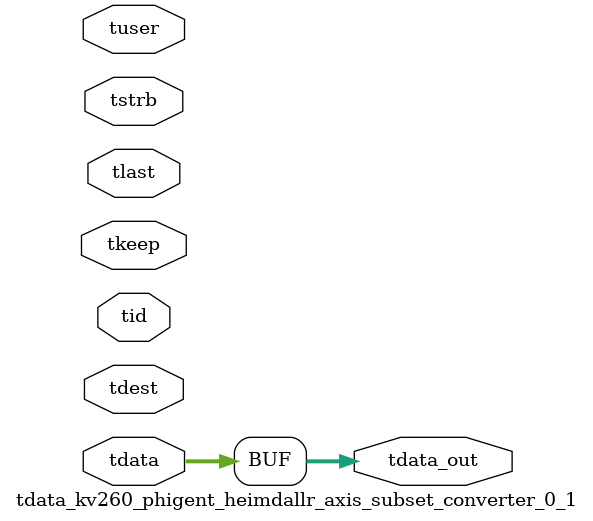
<source format=v>


`timescale 1ps/1ps

module tdata_kv260_phigent_heimdallr_axis_subset_converter_0_1 #
(
parameter C_S_AXIS_TDATA_WIDTH = 32,
parameter C_S_AXIS_TUSER_WIDTH = 0,
parameter C_S_AXIS_TID_WIDTH   = 0,
parameter C_S_AXIS_TDEST_WIDTH = 0,
parameter C_M_AXIS_TDATA_WIDTH = 32
)
(
input  [(C_S_AXIS_TDATA_WIDTH == 0 ? 1 : C_S_AXIS_TDATA_WIDTH)-1:0     ] tdata,
input  [(C_S_AXIS_TUSER_WIDTH == 0 ? 1 : C_S_AXIS_TUSER_WIDTH)-1:0     ] tuser,
input  [(C_S_AXIS_TID_WIDTH   == 0 ? 1 : C_S_AXIS_TID_WIDTH)-1:0       ] tid,
input  [(C_S_AXIS_TDEST_WIDTH == 0 ? 1 : C_S_AXIS_TDEST_WIDTH)-1:0     ] tdest,
input  [(C_S_AXIS_TDATA_WIDTH/8)-1:0 ] tkeep,
input  [(C_S_AXIS_TDATA_WIDTH/8)-1:0 ] tstrb,
input                                                                    tlast,
output [C_M_AXIS_TDATA_WIDTH-1:0] tdata_out
);

assign tdata_out = {16'b00000000,tdata[31:0]};

endmodule


</source>
